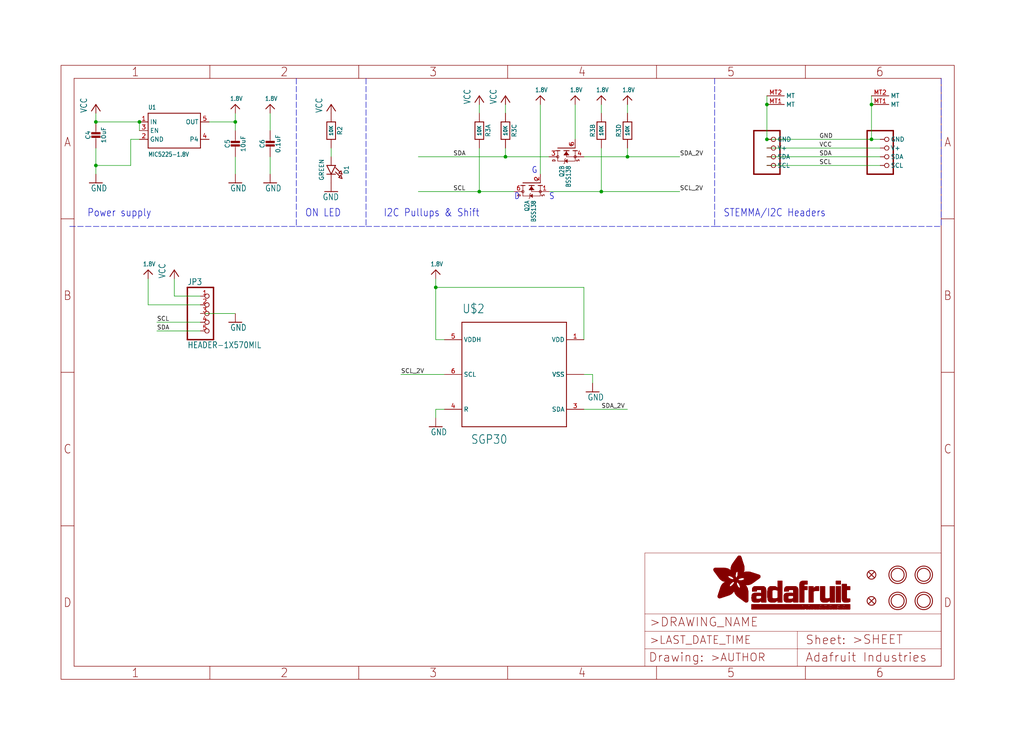
<source format=kicad_sch>
(kicad_sch (version 20211123) (generator eeschema)
  (paper "User" 298.45 217.881)
  (lib_symbols
    (symbol "eagleSchem-eagle-import:1.8V" (power)
      (property "Value" "1.8V" (at -1.524 1.016 0))
      (symbol "1.8V_1_0"
        (pin power_in line (at 0 -2.54 90) (length 2.54) (name "1.8V") (number "1"))
      )
    )
    (symbol "eagleSchem-eagle-import:CAP_CERAMIC0603_NO"
      (property "Reference" "C" (at -2.29 1.25 90))
      (property "Value" "CAP_CERAMIC0603_NO" (at 2.3 1.25 90))
      (symbol "CAP_CERAMIC0603_NO_1_0"
        (pin passive line (at 0 5.08 270) (length 2.54) (name "1") (number "1"))
        (pin passive line (at 0 -2.54 90) (length 2.54) (name "2") (number "2"))
      )
    )
    (symbol "eagleSchem-eagle-import:CAP_CERAMIC0805-NOOUTLINE"
      (property "Reference" "C" (at -2.29 1.25 90))
      (property "Value" "CAP_CERAMIC0805-NOOUTLINE" (at 2.3 1.25 90))
      (symbol "CAP_CERAMIC0805-NOOUTLINE_1_0"
        (pin passive line (at 0 5.08 270) (length 2.54) (name "1") (number "1"))
        (pin passive line (at 0 -2.54 90) (length 2.54) (name "2") (number "2"))
      )
    )
    (symbol "eagleSchem-eagle-import:FIDUCIAL_1MM")
    (symbol "eagleSchem-eagle-import:FRAME_A4_ADAFRUIT"
      (symbol "FRAME_A4_ADAFRUIT_1_0"
        (text "1" (at 21.6958 1.905 0) (effects (font (size 2.54 2.286))))
        (text "1" (at 21.6958 177.165 0) (effects (font (size 2.54 2.286))))
        (text "2" (at 65.0875 1.905 0) (effects (font (size 2.54 2.286))))
        (text "2" (at 65.0875 177.165 0) (effects (font (size 2.54 2.286))))
        (text "3" (at 108.4792 1.905 0) (effects (font (size 2.54 2.286))))
        (text "3" (at 108.4792 177.165 0) (effects (font (size 2.54 2.286))))
        (text "4" (at 151.8708 1.905 0) (effects (font (size 2.54 2.286))))
        (text "4" (at 151.8708 177.165 0) (effects (font (size 2.54 2.286))))
        (text "5" (at 195.2625 1.905 0) (effects (font (size 2.54 2.286))))
        (text "5" (at 195.2625 177.165 0) (effects (font (size 2.54 2.286))))
        (text "6" (at 238.6542 1.905 0) (effects (font (size 2.54 2.286))))
        (text "6" (at 238.6542 177.165 0) (effects (font (size 2.54 2.286))))
        (text ">AUTHOR" (at 189.23 5.08 0) (effects (font (size 2.286 2.286)) (justify left bottom)))
        (text ">DRAWING_NAME" (at 171.45 15.24 0) (effects (font (size 2.54 2.54)) (justify left bottom)))
        (text ">LAST_DATE_TIME" (at 171.45 10.16 0) (effects (font (size 2.286 2.286)) (justify left bottom)))
        (text ">SHEET" (at 230.505 10.16 0) (effects (font (size 2.54 2.54)) (justify left bottom)))
        (text "A" (at 1.905 156.6863 0) (effects (font (size 2.54 2.286))))
        (text "A" (at 258.445 156.6863 0) (effects (font (size 2.54 2.286))))
        (text "Adafruit Industries" (at 216.916 4.953 0) (effects (font (size 2.54 2.54)) (justify left bottom)))
        (text "B" (at 1.905 111.9188 0) (effects (font (size 2.54 2.286))))
        (text "B" (at 258.445 111.9188 0) (effects (font (size 2.54 2.286))))
        (text "C" (at 1.905 67.1513 0) (effects (font (size 2.54 2.286))))
        (text "C" (at 258.445 67.1513 0) (effects (font (size 2.54 2.286))))
        (text "D" (at 1.905 22.3838 0) (effects (font (size 2.54 2.286))))
        (text "D" (at 258.445 22.3838 0) (effects (font (size 2.54 2.286))))
        (text "Drawing:" (at 171.196 4.953 0) (effects (font (size 2.54 2.54)) (justify left bottom)))
        (text "Sheet:" (at 216.916 10.033 0) (effects (font (size 2.54 2.54)) (justify left bottom)))
      )
    )
    (symbol "eagleSchem-eagle-import:GND" (power)
      (property "Value" "GND" (at -2.54 -2.54 0))
      (symbol "GND_1_0"
        (pin power_in line (at 0 2.54 270) (length 2.54) (name "GND") (number "1"))
      )
    )
    (symbol "eagleSchem-eagle-import:HEADER-1X570MIL"
      (property "Reference" "JP" (at -6.35 8.255 0))
      (property "Value" "HEADER-1X570MIL" (at -6.35 -10.16 0))
      (symbol "HEADER-1X570MIL_1_0"
        (pin passive inverted (at -2.54 5.08 0) (length 2.54) (name "1") (number "1"))
        (pin passive inverted (at -2.54 2.54 0) (length 2.54) (name "2") (number "2"))
        (pin passive inverted (at -2.54 0 0) (length 2.54) (name "3") (number "3"))
        (pin passive inverted (at -2.54 -2.54 0) (length 2.54) (name "4") (number "4"))
        (pin passive inverted (at -2.54 -5.08 0) (length 2.54) (name "5") (number "5"))
      )
    )
    (symbol "eagleSchem-eagle-import:LED0603_NOOUTLINE"
      (property "Reference" "D" (at -1.27 4.445 0))
      (property "Value" "LED0603_NOOUTLINE" (at -1.27 -2.794 0))
      (symbol "LED0603_NOOUTLINE_1_0"
        (pin passive line (at -5.08 0 0) (length 2.54) (name "A") (number "A"))
        (pin passive line (at 2.54 0 180) (length 2.54) (name "C") (number "C"))
      )
    )
    (symbol "eagleSchem-eagle-import:MOSFET-N_DUAL"
      (property "Reference" "Q" (at 5.08 0.635 0))
      (property "Value" "MOSFET-N_DUAL" (at 5.08 -1.27 0))
      (symbol "MOSFET-N_DUAL_1_0"
        (text "D" (at 3.175 3.175 0) (effects (font (size 0.8128 0.6908)) (justify left bottom)))
        (text "G" (at -1.27 -1.905 0) (effects (font (size 0.8128 0.6908)) (justify left bottom)))
        (text "S" (at 3.175 -3.81 0) (effects (font (size 0.8128 0.6908)) (justify left bottom)))
        (pin bidirectional line (at 2.54 -5.08 90) (length 2.54) (name "S") (number "1"))
        (pin bidirectional line (at -2.54 -2.54 0) (length 2.54) (name "G") (number "2"))
        (pin bidirectional line (at 2.54 5.08 270) (length 2.54) (name "D") (number "6"))
      )
      (symbol "MOSFET-N_DUAL_2_0"
        (text "D" (at 3.175 3.175 0) (effects (font (size 0.8128 0.6908)) (justify left bottom)))
        (text "G" (at -1.27 -1.905 0) (effects (font (size 0.8128 0.6908)) (justify left bottom)))
        (text "S" (at 3.175 -3.81 0) (effects (font (size 0.8128 0.6908)) (justify left bottom)))
        (pin bidirectional line (at 2.54 5.08 270) (length 2.54) (name "D") (number "3"))
        (pin bidirectional line (at 2.54 -5.08 90) (length 2.54) (name "S") (number "4"))
        (pin bidirectional line (at -2.54 -2.54 0) (length 2.54) (name "G") (number "5"))
      )
    )
    (symbol "eagleSchem-eagle-import:MOUNTINGHOLE2.5")
    (symbol "eagleSchem-eagle-import:RESISTOR_0603_NOOUT"
      (property "Reference" "R" (at 0 2.54 0))
      (property "Value" "RESISTOR_0603_NOOUT" (at 0 0 0))
      (symbol "RESISTOR_0603_NOOUT_1_0"
        (pin passive line (at -5.08 0 0) (length 2.54) (name "1") (number "1"))
        (pin passive line (at 5.08 0 180) (length 2.54) (name "2") (number "2"))
      )
    )
    (symbol "eagleSchem-eagle-import:RESISTOR_4PACK"
      (property "Reference" "R" (at 0 2.54 0))
      (property "Value" "RESISTOR_4PACK" (at 0 0 0))
      (symbol "RESISTOR_4PACK_1_0"
        (pin passive line (at -5.08 0 0) (length 2.54) (name "1") (number "1"))
        (pin passive line (at 5.08 0 180) (length 2.54) (name "2") (number "8"))
      )
      (symbol "RESISTOR_4PACK_2_0"
        (pin passive line (at -5.08 0 0) (length 2.54) (name "1") (number "2"))
        (pin passive line (at 5.08 0 180) (length 2.54) (name "2") (number "7"))
      )
      (symbol "RESISTOR_4PACK_3_0"
        (pin passive line (at -5.08 0 0) (length 2.54) (name "1") (number "3"))
        (pin passive line (at 5.08 0 180) (length 2.54) (name "2") (number "6"))
      )
      (symbol "RESISTOR_4PACK_4_0"
        (pin passive line (at -5.08 0 0) (length 2.54) (name "1") (number "4"))
        (pin passive line (at 5.08 0 180) (length 2.54) (name "2") (number "5"))
      )
    )
    (symbol "eagleSchem-eagle-import:SGP30"
      (property "Value" "SGP30" (at -12.7 -20.32 0))
      (symbol "SGP30_1_0"
        (pin bidirectional line (at 20.32 10.16 180) (length 5.08) (name "VDD") (number "1"))
        (pin bidirectional line (at 20.32 0 180) (length 5.08) (name "VSS") (number "2"))
        (pin bidirectional line (at 20.32 -10.16 180) (length 5.08) (name "SDA") (number "3"))
        (pin bidirectional line (at -20.32 -10.16 0) (length 5.08) (name "R") (number "4"))
        (pin bidirectional line (at -20.32 10.16 0) (length 5.08) (name "VDDH") (number "5"))
        (pin bidirectional line (at -20.32 0 0) (length 5.08) (name "SCL") (number "6"))
        (pin bidirectional line (at 20.32 0 180) (length 5.08) (name "VSS") (number "P$7"))
      )
    )
    (symbol "eagleSchem-eagle-import:STEMMA_I2C_QT"
      (symbol "STEMMA_I2C_QT_1_0"
        (pin passive inverted (at 0 5.08 0) (length 2.54) (name "GND") (number "1"))
        (pin passive inverted (at 0 2.54 0) (length 2.54) (name "V+") (number "2"))
        (pin passive inverted (at 0 0 0) (length 2.54) (name "SDA") (number "3"))
        (pin passive inverted (at 0 -2.54 0) (length 2.54) (name "SCL") (number "4"))
      )
      (symbol "STEMMA_I2C_QT_2_0"
        (pin bidirectional line (at 0 0 0) (length 5.08) (name "MT") (number "MT1"))
      )
      (symbol "STEMMA_I2C_QT_3_0"
        (pin bidirectional line (at 0 0 0) (length 5.08) (name "MT") (number "MT2"))
      )
    )
    (symbol "eagleSchem-eagle-import:VCC" (power)
      (property "Value" "VCC" (at -2.54 -2.54 90))
      (symbol "VCC_1_0"
        (pin power_in line (at 0 -2.54 90) (length 2.54) (name "VCC") (number "1"))
      )
    )
    (symbol "eagleSchem-eagle-import:VREG_SOT23-5"
      (property "Reference" "U" (at -7.62 6.096 0))
      (property "Value" "VREG_SOT23-5" (at -7.62 -7.62 0))
      (symbol "VREG_SOT23-5_1_0"
        (pin power_in line (at -10.16 2.54 0) (length 2.54) (name "IN") (number "1"))
        (pin power_in line (at -10.16 -2.54 0) (length 2.54) (name "GND") (number "2"))
        (pin input line (at -10.16 0 0) (length 2.54) (name "EN") (number "3"))
        (pin bidirectional line (at 10.16 -2.54 180) (length 2.54) (name "P4") (number "4"))
        (pin power_in line (at 10.16 2.54 180) (length 2.54) (name "OUT") (number "5"))
      )
    )
  )
  (junction (at 27.94 48.26))
  (junction (at 139.7 55.88))
  (junction (at 68.58 35.56))
  (junction (at 223.52 40.64))
  (junction (at 254 40.64))
  (junction (at 254 30.48))
  (junction (at 27.94 35.56))
  (junction (at 147.32 45.72))
  (junction (at 127 83.82))
  (junction (at 175.26 55.88))
  (junction (at 182.88 45.72))
  (junction (at 40.64 35.56))
  (junction (at 223.52 30.48))
  (wire (pts (xy 58.42 88.9) (xy 43.18 88.9)))
  (wire (pts (xy 160.02 55.88) (xy 175.26 55.88)))
  (wire (pts (xy 40.64 38.1) (xy 40.64 35.56)))
  (wire (pts (xy 147.32 43.18) (xy 147.32 45.72)))
  (wire (pts (xy 254 40.64) (xy 223.52 40.64)))
  (wire (pts (xy 127 119.38) (xy 127 121.92)))
  (wire (pts (xy 170.18 83.82) (xy 170.18 99.06)))
  (wire (pts (xy 139.7 30.48) (xy 139.7 33.02)))
  (wire (pts (xy 58.42 91.44) (xy 68.58 91.44)))
  (wire (pts (xy 58.42 93.98) (xy 45.72 93.98)))
  (wire (pts (xy 27.94 33.02) (xy 27.94 35.56)))
  (wire (pts (xy 27.94 48.26) (xy 27.94 43.18)))
  (wire (pts (xy 223.52 43.18) (xy 256.54 43.18)))
  (wire (pts (xy 147.32 45.72) (xy 121.92 45.72)))
  (wire (pts (xy 175.26 55.88) (xy 198.12 55.88)))
  (wire (pts (xy 68.58 35.56) (xy 68.58 38.1)))
  (wire (pts (xy 40.64 40.64) (xy 38.1 40.64)))
  (polyline (pts (xy 208.28 66.04) (xy 274.32 66.04)))
  (wire (pts (xy 129.54 109.22) (xy 116.84 109.22)))
  (wire (pts (xy 78.74 45.72) (xy 78.74 50.8)))
  (wire (pts (xy 68.58 35.56) (xy 68.58 33.02)))
  (wire (pts (xy 157.48 50.8) (xy 157.48 30.48)))
  (wire (pts (xy 175.26 33.02) (xy 175.26 30.48)))
  (wire (pts (xy 139.7 55.88) (xy 121.92 55.88)))
  (wire (pts (xy 223.52 48.26) (xy 256.54 48.26)))
  (wire (pts (xy 96.52 45.72) (xy 96.52 43.18)))
  (wire (pts (xy 182.88 33.02) (xy 182.88 30.48)))
  (wire (pts (xy 223.52 27.94) (xy 223.52 30.48)))
  (wire (pts (xy 58.42 96.52) (xy 45.72 96.52)))
  (wire (pts (xy 68.58 45.72) (xy 68.58 50.8)))
  (wire (pts (xy 147.32 33.02) (xy 147.32 30.48)))
  (wire (pts (xy 27.94 48.26) (xy 27.94 50.8)))
  (polyline (pts (xy 86.36 22.86) (xy 86.36 66.04)))
  (wire (pts (xy 127 83.82) (xy 127 81.28)))
  (wire (pts (xy 149.86 55.88) (xy 139.7 55.88)))
  (wire (pts (xy 172.72 109.22) (xy 172.72 111.76)))
  (wire (pts (xy 254 27.94) (xy 254 30.48)))
  (wire (pts (xy 129.54 99.06) (xy 127 99.06)))
  (wire (pts (xy 127 99.06) (xy 127 83.82)))
  (wire (pts (xy 38.1 40.64) (xy 38.1 48.26)))
  (wire (pts (xy 139.7 43.18) (xy 139.7 55.88)))
  (wire (pts (xy 182.88 45.72) (xy 198.12 45.72)))
  (wire (pts (xy 223.52 30.48) (xy 223.52 40.64)))
  (wire (pts (xy 127 83.82) (xy 170.18 83.82)))
  (polyline (pts (xy 20.32 66.04) (xy 86.36 66.04)))
  (wire (pts (xy 175.26 43.18) (xy 175.26 55.88)))
  (wire (pts (xy 129.54 119.38) (xy 127 119.38)))
  (polyline (pts (xy 106.68 66.04) (xy 208.28 66.04)))
  (wire (pts (xy 254 30.48) (xy 254 40.64)))
  (wire (pts (xy 60.96 35.56) (xy 68.58 35.56)))
  (wire (pts (xy 256.54 45.72) (xy 223.52 45.72)))
  (wire (pts (xy 182.88 43.18) (xy 182.88 45.72)))
  (wire (pts (xy 160.02 45.72) (xy 147.32 45.72)))
  (wire (pts (xy 256.54 40.64) (xy 254 40.64)))
  (wire (pts (xy 58.42 86.36) (xy 50.8 86.36)))
  (wire (pts (xy 50.8 86.36) (xy 50.8 81.28)))
  (wire (pts (xy 170.18 109.22) (xy 172.72 109.22)))
  (polyline (pts (xy 208.28 22.86) (xy 208.28 66.04)))
  (wire (pts (xy 78.74 33.02) (xy 78.74 38.1)))
  (wire (pts (xy 167.64 40.64) (xy 167.64 30.48)))
  (wire (pts (xy 40.64 35.56) (xy 27.94 35.56)))
  (polyline (pts (xy 106.68 22.86) (xy 106.68 66.04)))
  (polyline (pts (xy 86.36 66.04) (xy 106.68 66.04)))
  (wire (pts (xy 170.18 45.72) (xy 182.88 45.72)))
  (polyline (pts (xy 274.32 22.86) (xy 274.32 66.04)))
  (wire (pts (xy 43.18 88.9) (xy 43.18 81.28)))
  (wire (pts (xy 38.1 48.26) (xy 27.94 48.26)))
  (wire (pts (xy 170.18 119.38) (xy 182.88 119.38)))
  (text "I2C Pullups & Shift" (at 111.76 63.5 180) (effects (font (size 2.1844 1.8567)) (justify left bottom)))
  (text "Power supply" (at 25.4 63.5 180) (effects (font (size 2.1844 1.8567)) (justify left bottom)))
  (text "STEMMA/I2C Headers" (at 210.82 63.5 180) (effects (font (size 2.1844 1.8567)) (justify left bottom)))
  (text "ON LED" (at 88.9 63.5 180) (effects (font (size 2.1844 1.8567)) (justify left bottom)))
  (text "D" (at 149.86 58.42 180) (effects (font (size 1.778 1.5113)) (justify left bottom)))
  (text "S" (at 160.02 58.42 180) (effects (font (size 1.778 1.5113)) (justify left bottom)))
  (text "G" (at 154.94 50.8 180) (effects (font (size 1.778 1.5113)) (justify left bottom)))
  (label "VCC" (at 238.76 43.18 0) (effects (font (size 1.2446 1.2446))))
  (label "SCL" (at 238.76 48.26 0) (effects (font (size 1.2446 1.2446))))
  (label "SCL" (at 132.08 55.88 0) (effects (font (size 1.2446 1.2446))))
  (label "SDA_2V" (at 198.12 45.72 0) (effects (font (size 1.2446 1.2446))))
  (label "SCL_2V" (at 198.12 55.88 0) (effects (font (size 1.2446 1.2446))))
  (label "SDA" (at 132.08 45.72 0) (effects (font (size 1.2446 1.2446))))
  (label "SDA" (at 45.72 96.52 0) (effects (font (size 1.2446 1.2446))))
  (label "SDA" (at 238.76 45.72 0) (effects (font (size 1.2446 1.2446))))
  (label "SCL" (at 45.72 93.98 0) (effects (font (size 1.2446 1.2446))))
  (label "GND" (at 238.76 40.64 0) (effects (font (size 1.2446 1.2446))))
  (label "SDA_2V" (at 175.26 119.38 0) (effects (font (size 1.2446 1.2446))))
  (label "SCL_2V" (at 116.84 109.22 0) (effects (font (size 1.2446 1.2446))))
  (symbol (lib_id "eagleSchem-eagle-import:RESISTOR_4PACK") (at 147.32 38.1 270) (unit 3)
    (property "Reference" "R3" (at 149.86 38.1 0))
    (property "Value" "10K" (at 147.32 38.1 0) (effects (font (size 1.016 1.016) bold)))
    (property "Footprint" "eagleSchem:RESPACK_4X0603" (effects hide))
  )
  (symbol (lib_id "eagleSchem-eagle-import:VCC") (at 27.94 30.48 0) (unit 1)
    (property "Reference" "#P+11" (effects hide))
    (property "Value" "VCC" (at 25.4 33.02 90) (effects (font (size 1.778 1.5113)) (justify left bottom)))
    (property "Footprint" "eagleSchem:" (effects hide))
  )
  (symbol (lib_id "eagleSchem-eagle-import:MOUNTINGHOLE2.5") (at 269.24 167.64 0) (unit 1)
    (property "Reference" "U$31" (effects hide))
    (property "Value" "MOUNTINGHOLE2.5" (effects hide))
    (property "Footprint" "eagleSchem:MOUNTINGHOLE_2.5_PLATED" (effects hide))
  )
  (symbol (lib_id "eagleSchem-eagle-import:MOUNTINGHOLE2.5") (at 261.62 175.26 0) (unit 1)
    (property "Reference" "U$28" (effects hide))
    (property "Value" "MOUNTINGHOLE2.5" (effects hide))
    (property "Footprint" "eagleSchem:MOUNTINGHOLE_2.5_PLATED" (effects hide))
  )
  (symbol (lib_id "eagleSchem-eagle-import:STEMMA_I2C_QT") (at 223.52 30.48 0) (unit 2)
    (property "Reference" "CONN3" (effects hide))
    (property "Value" "STEMMA_I2C_QT" (effects hide))
    (property "Footprint" "eagleSchem:JST_SH4" (effects hide))
  )
  (symbol (lib_id "eagleSchem-eagle-import:1.8V") (at 167.64 27.94 0) (unit 1)
    (property "Reference" "#U$23" (effects hide))
    (property "Value" "1.8V" (at 166.116 26.924 0) (effects (font (size 1.27 1.0795)) (justify left bottom)))
    (property "Footprint" "eagleSchem:" (effects hide))
  )
  (symbol (lib_id "eagleSchem-eagle-import:CAP_CERAMIC0805-NOOUTLINE") (at 27.94 40.64 0) (unit 1)
    (property "Reference" "C4" (at 25.65 39.39 90))
    (property "Value" "10uF" (at 30.24 39.39 90))
    (property "Footprint" "eagleSchem:0805-NO" (effects hide))
  )
  (symbol (lib_id "eagleSchem-eagle-import:1.8V") (at 43.18 78.74 0) (unit 1)
    (property "Reference" "#U$21" (effects hide))
    (property "Value" "1.8V" (at 41.656 77.724 0) (effects (font (size 1.27 1.0795)) (justify left bottom)))
    (property "Footprint" "eagleSchem:" (effects hide))
  )
  (symbol (lib_id "eagleSchem-eagle-import:VREG_SOT23-5") (at 50.8 38.1 0) (unit 1)
    (property "Reference" "U1" (at 43.18 32.004 0) (effects (font (size 1.27 1.0795)) (justify left bottom)))
    (property "Value" "MIC5225-1.8V" (at 43.18 45.72 0) (effects (font (size 1.27 1.0795)) (justify left bottom)))
    (property "Footprint" "eagleSchem:SOT23-5" (effects hide))
  )
  (symbol (lib_id "eagleSchem-eagle-import:GND") (at 172.72 114.3 0) (unit 1)
    (property "Reference" "#U$11" (effects hide))
    (property "Value" "GND" (at 171.196 116.84 0) (effects (font (size 1.778 1.5113)) (justify left bottom)))
    (property "Footprint" "eagleSchem:" (effects hide))
  )
  (symbol (lib_id "eagleSchem-eagle-import:CAP_CERAMIC0603_NO") (at 78.74 43.18 0) (unit 1)
    (property "Reference" "C6" (at 76.45 41.93 90))
    (property "Value" "0.1uF" (at 81.04 41.93 90))
    (property "Footprint" "eagleSchem:0603-NO" (effects hide))
  )
  (symbol (lib_id "eagleSchem-eagle-import:MOSFET-N_DUAL") (at 154.94 53.34 90) (mirror x) (unit 1)
    (property "Reference" "Q2" (at 154.305 58.42 0) (effects (font (size 1.27 1.0795)) (justify left bottom)))
    (property "Value" "BSS138" (at 156.21 58.42 0) (effects (font (size 1.27 1.0795)) (justify left bottom)))
    (property "Footprint" "eagleSchem:SOT363" (effects hide))
  )
  (symbol (lib_id "eagleSchem-eagle-import:RESISTOR_0603_NOOUT") (at 96.52 38.1 270) (unit 1)
    (property "Reference" "R2" (at 99.06 38.1 0))
    (property "Value" "10K" (at 96.52 38.1 0) (effects (font (size 1.016 1.016) bold)))
    (property "Footprint" "eagleSchem:0603-NO" (effects hide))
  )
  (symbol (lib_id "eagleSchem-eagle-import:FRAME_A4_ADAFRUIT") (at 17.78 198.12 0) (unit 1)
    (property "Reference" "#U$30" (effects hide))
    (property "Value" "FRAME_A4_ADAFRUIT" (effects hide))
    (property "Footprint" "eagleSchem:" (effects hide))
  )
  (symbol (lib_id "eagleSchem-eagle-import:1.8V") (at 175.26 27.94 0) (unit 1)
    (property "Reference" "#U$24" (effects hide))
    (property "Value" "1.8V" (at 173.736 26.924 0) (effects (font (size 1.27 1.0795)) (justify left bottom)))
    (property "Footprint" "eagleSchem:" (effects hide))
  )
  (symbol (lib_id "eagleSchem-eagle-import:STEMMA_I2C_QT") (at 223.52 45.72 0) (unit 1)
    (property "Reference" "CONN3" (effects hide))
    (property "Value" "STEMMA_I2C_QT" (effects hide))
    (property "Footprint" "eagleSchem:JST_SH4" (effects hide))
  )
  (symbol (lib_id "eagleSchem-eagle-import:STEMMA_I2C_QT") (at 254 30.48 0) (unit 2)
    (property "Reference" "CONN4" (effects hide))
    (property "Value" "STEMMA_I2C_QT" (effects hide))
    (property "Footprint" "eagleSchem:JST_SH4" (effects hide))
  )
  (symbol (lib_id "eagleSchem-eagle-import:VCC") (at 96.52 30.48 0) (unit 1)
    (property "Reference" "#P+13" (effects hide))
    (property "Value" "VCC" (at 93.98 33.02 90) (effects (font (size 1.778 1.5113)) (justify left bottom)))
    (property "Footprint" "eagleSchem:" (effects hide))
  )
  (symbol (lib_id "eagleSchem-eagle-import:VCC") (at 147.32 27.94 0) (unit 1)
    (property "Reference" "#P+9" (effects hide))
    (property "Value" "VCC" (at 144.78 30.48 90) (effects (font (size 1.778 1.5113)) (justify left bottom)))
    (property "Footprint" "eagleSchem:" (effects hide))
  )
  (symbol (lib_id "eagleSchem-eagle-import:SGP30") (at 149.86 109.22 0) (unit 1)
    (property "Reference" "U$2" (at 134.62 91.44 0) (effects (font (size 2.54 2.159)) (justify left bottom)))
    (property "Value" "SGP30" (at 137.16 129.54 0) (effects (font (size 2.54 2.159)) (justify left bottom)))
    (property "Footprint" "eagleSchem:SGP30" (effects hide))
  )
  (symbol (lib_id "eagleSchem-eagle-import:1.8V") (at 78.74 30.48 0) (unit 1)
    (property "Reference" "#U$19" (effects hide))
    (property "Value" "1.8V" (at 77.216 29.464 0) (effects (font (size 1.27 1.0795)) (justify left bottom)))
    (property "Footprint" "eagleSchem:" (effects hide))
  )
  (symbol (lib_id "eagleSchem-eagle-import:RESISTOR_4PACK") (at 182.88 38.1 90) (mirror x) (unit 4)
    (property "Reference" "R3" (at 180.34 38.1 0))
    (property "Value" "10K" (at 182.88 38.1 0) (effects (font (size 1.016 1.016) bold)))
    (property "Footprint" "eagleSchem:RESPACK_4X0603" (effects hide))
  )
  (symbol (lib_id "eagleSchem-eagle-import:MOUNTINGHOLE2.5") (at 261.62 167.64 0) (unit 1)
    (property "Reference" "U$29" (effects hide))
    (property "Value" "MOUNTINGHOLE2.5" (effects hide))
    (property "Footprint" "eagleSchem:MOUNTINGHOLE_2.5_PLATED" (effects hide))
  )
  (symbol (lib_id "eagleSchem-eagle-import:1.8V") (at 127 78.74 0) (unit 1)
    (property "Reference" "#U$26" (effects hide))
    (property "Value" "1.8V" (at 125.476 77.724 0) (effects (font (size 1.27 1.0795)) (justify left bottom)))
    (property "Footprint" "eagleSchem:" (effects hide))
  )
  (symbol (lib_id "eagleSchem-eagle-import:GND") (at 127 124.46 0) (unit 1)
    (property "Reference" "#U$7" (effects hide))
    (property "Value" "GND" (at 125.476 127 0) (effects (font (size 1.778 1.5113)) (justify left bottom)))
    (property "Footprint" "eagleSchem:" (effects hide))
  )
  (symbol (lib_id "eagleSchem-eagle-import:1.8V") (at 68.58 30.48 0) (unit 1)
    (property "Reference" "#U$38" (effects hide))
    (property "Value" "1.8V" (at 67.056 29.464 0) (effects (font (size 1.27 1.0795)) (justify left bottom)))
    (property "Footprint" "eagleSchem:" (effects hide))
  )
  (symbol (lib_id "eagleSchem-eagle-import:FIDUCIAL_1MM") (at 254 175.26 0) (unit 1)
    (property "Reference" "FID3" (effects hide))
    (property "Value" "FIDUCIAL_1MM" (effects hide))
    (property "Footprint" "eagleSchem:FIDUCIAL_1MM" (effects hide))
  )
  (symbol (lib_id "eagleSchem-eagle-import:STEMMA_I2C_QT") (at 254 27.94 0) (unit 3)
    (property "Reference" "CONN4" (effects hide))
    (property "Value" "STEMMA_I2C_QT" (effects hide))
    (property "Footprint" "eagleSchem:JST_SH4" (effects hide))
  )
  (symbol (lib_id "eagleSchem-eagle-import:RESISTOR_4PACK") (at 139.7 38.1 270) (unit 1)
    (property "Reference" "R3" (at 142.24 38.1 0))
    (property "Value" "10K" (at 139.7 38.1 0) (effects (font (size 1.016 1.016) bold)))
    (property "Footprint" "eagleSchem:RESPACK_4X0603" (effects hide))
  )
  (symbol (lib_id "eagleSchem-eagle-import:GND") (at 68.58 53.34 0) (unit 1)
    (property "Reference" "#U$14" (effects hide))
    (property "Value" "GND" (at 67.056 55.88 0) (effects (font (size 1.778 1.5113)) (justify left bottom)))
    (property "Footprint" "eagleSchem:" (effects hide))
  )
  (symbol (lib_id "eagleSchem-eagle-import:STEMMA_I2C_QT") (at 256.54 45.72 0) (unit 1)
    (property "Reference" "CONN4" (effects hide))
    (property "Value" "STEMMA_I2C_QT" (effects hide))
    (property "Footprint" "eagleSchem:JST_SH4" (effects hide))
  )
  (symbol (lib_id "eagleSchem-eagle-import:1.8V") (at 182.88 27.94 0) (unit 1)
    (property "Reference" "#U$25" (effects hide))
    (property "Value" "1.8V" (at 181.356 26.924 0) (effects (font (size 1.27 1.0795)) (justify left bottom)))
    (property "Footprint" "eagleSchem:" (effects hide))
  )
  (symbol (lib_id "eagleSchem-eagle-import:HEADER-1X570MIL") (at 60.96 91.44 0) (unit 1)
    (property "Reference" "JP3" (at 54.61 83.185 0) (effects (font (size 1.778 1.5113)) (justify left bottom)))
    (property "Value" "HEADER-1X570MIL" (at 54.61 101.6 0) (effects (font (size 1.778 1.5113)) (justify left bottom)))
    (property "Footprint" "eagleSchem:1X05_ROUND_70" (effects hide))
  )
  (symbol (lib_id "eagleSchem-eagle-import:1.8V") (at 157.48 27.94 0) (unit 1)
    (property "Reference" "#U$22" (effects hide))
    (property "Value" "1.8V" (at 155.956 26.924 0) (effects (font (size 1.27 1.0795)) (justify left bottom)))
    (property "Footprint" "eagleSchem:" (effects hide))
  )
  (symbol (lib_id "eagleSchem-eagle-import:GND") (at 78.74 53.34 0) (unit 1)
    (property "Reference" "#U$15" (effects hide))
    (property "Value" "GND" (at 77.216 55.88 0) (effects (font (size 1.778 1.5113)) (justify left bottom)))
    (property "Footprint" "eagleSchem:" (effects hide))
  )
  (symbol (lib_id "eagleSchem-eagle-import:GND") (at 27.94 53.34 0) (unit 1)
    (property "Reference" "#U$12" (effects hide))
    (property "Value" "GND" (at 26.416 55.88 0) (effects (font (size 1.778 1.5113)) (justify left bottom)))
    (property "Footprint" "eagleSchem:" (effects hide))
  )
  (symbol (lib_id "eagleSchem-eagle-import:GND") (at 68.58 93.98 0) (unit 1)
    (property "Reference" "#U$18" (effects hide))
    (property "Value" "GND" (at 67.056 96.52 0) (effects (font (size 1.778 1.5113)) (justify left bottom)))
    (property "Footprint" "eagleSchem:" (effects hide))
  )
  (symbol (lib_id "eagleSchem-eagle-import:LED0603_NOOUTLINE") (at 96.52 50.8 270) (unit 1)
    (property "Reference" "D1" (at 100.965 49.53 0))
    (property "Value" "GREEN" (at 93.726 49.53 0))
    (property "Footprint" "eagleSchem:CHIPLED_0603_NOOUTLINE" (effects hide))
  )
  (symbol (lib_id "eagleSchem-eagle-import:MOSFET-N_DUAL") (at 165.1 43.18 90) (mirror x) (unit 2)
    (property "Reference" "Q2" (at 164.465 48.26 0) (effects (font (size 1.27 1.0795)) (justify left bottom)))
    (property "Value" "BSS138" (at 166.37 48.26 0) (effects (font (size 1.27 1.0795)) (justify left bottom)))
    (property "Footprint" "eagleSchem:SOT363" (effects hide))
  )
  (symbol (lib_id "eagleSchem-eagle-import:CAP_CERAMIC0805-NOOUTLINE") (at 68.58 43.18 0) (unit 1)
    (property "Reference" "C5" (at 66.29 41.93 90))
    (property "Value" "10uF" (at 70.88 41.93 90))
    (property "Footprint" "eagleSchem:0805-NO" (effects hide))
  )
  (symbol (lib_id "eagleSchem-eagle-import:STEMMA_I2C_QT") (at 223.52 27.94 0) (unit 3)
    (property "Reference" "CONN3" (effects hide))
    (property "Value" "STEMMA_I2C_QT" (effects hide))
    (property "Footprint" "eagleSchem:JST_SH4" (effects hide))
  )
  (symbol (lib_id "eagleSchem-eagle-import:VCC") (at 139.7 27.94 0) (unit 1)
    (property "Reference" "#P+3" (effects hide))
    (property "Value" "VCC" (at 137.16 30.48 90) (effects (font (size 1.778 1.5113)) (justify left bottom)))
    (property "Footprint" "eagleSchem:" (effects hide))
  )
  (symbol (lib_id "eagleSchem-eagle-import:MOUNTINGHOLE2.5") (at 269.24 175.26 0) (unit 1)
    (property "Reference" "U$32" (effects hide))
    (property "Value" "MOUNTINGHOLE2.5" (effects hide))
    (property "Footprint" "eagleSchem:MOUNTINGHOLE_2.5_PLATED" (effects hide))
  )
  (symbol (lib_id "eagleSchem-eagle-import:GND") (at 96.52 55.88 0) (unit 1)
    (property "Reference" "#GND6" (effects hide))
    (property "Value" "GND" (at 93.98 58.42 0) (effects (font (size 1.778 1.5113)) (justify left bottom)))
    (property "Footprint" "eagleSchem:" (effects hide))
  )
  (symbol (lib_id "eagleSchem-eagle-import:VCC") (at 50.8 78.74 0) (unit 1)
    (property "Reference" "#P+12" (effects hide))
    (property "Value" "VCC" (at 48.26 81.28 90) (effects (font (size 1.778 1.5113)) (justify left bottom)))
    (property "Footprint" "eagleSchem:" (effects hide))
  )
  (symbol (lib_id "eagleSchem-eagle-import:RESISTOR_4PACK") (at 175.26 38.1 90) (mirror x) (unit 2)
    (property "Reference" "R3" (at 172.72 38.1 0))
    (property "Value" "10K" (at 175.26 38.1 0) (effects (font (size 1.016 1.016) bold)))
    (property "Footprint" "eagleSchem:RESPACK_4X0603" (effects hide))
  )
  (symbol (lib_id "eagleSchem-eagle-import:FIDUCIAL_1MM") (at 254 167.64 0) (unit 1)
    (property "Reference" "FID4" (effects hide))
    (property "Value" "FIDUCIAL_1MM" (effects hide))
    (property "Footprint" "eagleSchem:FIDUCIAL_1MM" (effects hide))
  )
)
</source>
